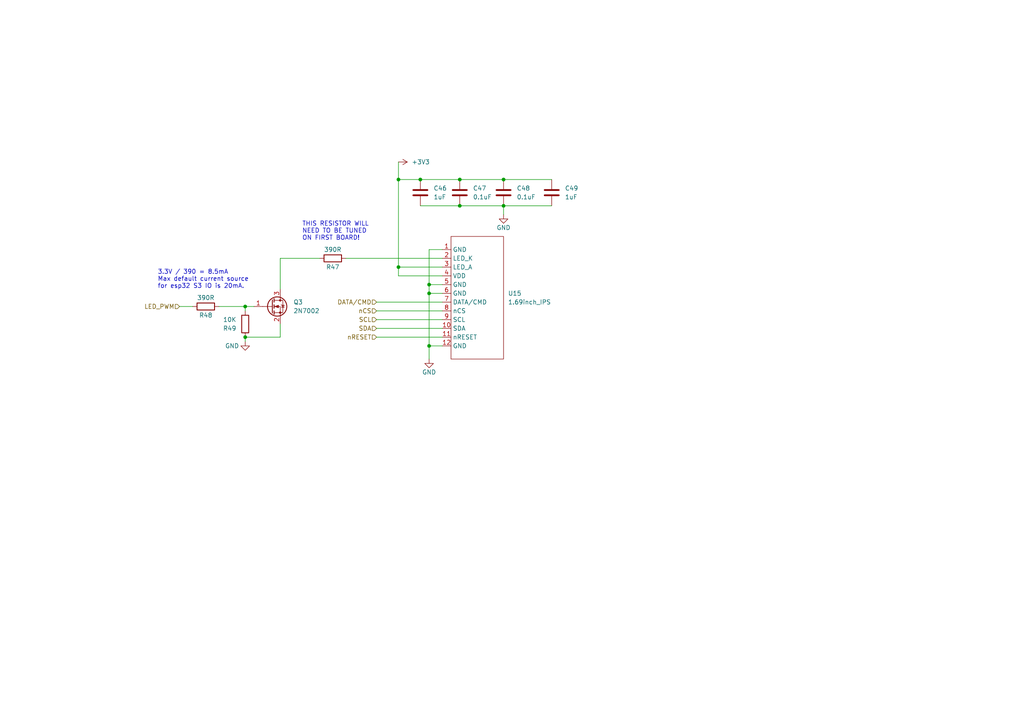
<source format=kicad_sch>
(kicad_sch (version 20211123) (generator eeschema)
  (paper "A4")
  (lib_symbols
    (symbol "Device:C" (pin_numbers hide) (pin_names (offset 0.254))
      (property "Reference" "C" (at 0.635 2.54 0))
      (property "Value" "C" (at 0.635 -2.54 0))
      (symbol "C_0_1"
        (polyline (pts (xy -2.032 -0.762) (xy 2.032 -0.762)) (stroke (width 0.508)))
        (polyline (pts (xy -2.032 0.762) (xy 2.032 0.762)) (stroke (width 0.508)))
      )
      (symbol "C_1_1"
        (pin passive line (at 0 3.81 270) (length 2.794) (name "~") (number "1"))
        (pin passive line (at 0 -3.81 90) (length 2.794) (name "~") (number "2"))
      )
    )
    (symbol "Device:R" (pin_numbers hide) (pin_names (offset 0))
      (property "Reference" "R" (at 2.032 0 90))
      (property "Value" "R" (at 0 0 90))
      (symbol "R_0_1"
        (rectangle (start -1.016 -2.54) (end 1.016 2.54) (stroke (width 0.254)))
      )
      (symbol "R_1_1"
        (pin passive line (at 0 3.81 270) (length 1.27) (name "~") (number "1"))
        (pin passive line (at 0 -3.81 90) (length 1.27) (name "~") (number "2"))
      )
    )
    (symbol "Transistor_FET:2N7002" (pin_names hide)
      (property "Reference" "Q" (at 5.08 1.905 0))
      (property "Value" "2N7002" (at 5.08 0 0))
      (symbol "2N7002_0_1"
        (polyline (pts (xy 0.254 0) (xy -2.54 0)))
        (polyline (pts (xy 0.254 1.905) (xy 0.254 -1.905)) (stroke (width 0.254)))
        (polyline (pts (xy 0.762 -1.27) (xy 0.762 -2.286)) (stroke (width 0.254)))
        (polyline (pts (xy 0.762 0.508) (xy 0.762 -0.508)) (stroke (width 0.254)))
        (polyline (pts (xy 0.762 2.286) (xy 0.762 1.27)) (stroke (width 0.254)))
        (polyline (pts (xy 2.54 2.54) (xy 2.54 1.778)))
        (polyline (pts (xy 2.54 -2.54) (xy 2.54 0) (xy 0.762 0)))
        (polyline (pts (xy 0.762 -1.778) (xy 3.302 -1.778) (xy 3.302 1.778) (xy 0.762 1.778)))
        (polyline (pts (xy 1.016 0) (xy 2.032 0.381) (xy 2.032 -0.381) (xy 1.016 0)) (fill (type outline)))
        (polyline (pts (xy 2.794 0.508) (xy 2.921 0.381) (xy 3.683 0.381) (xy 3.81 0.254)))
        (polyline (pts (xy 3.302 0.381) (xy 2.921 -0.254) (xy 3.683 -0.254) (xy 3.302 0.381)))
        (circle (center 1.651 0) (radius 2.794) (stroke (width 0.254)))
        (circle (center 2.54 -1.778) (radius 0.254) (fill (type outline)))
        (circle (center 2.54 1.778) (radius 0.254) (fill (type outline)))
      )
      (symbol "2N7002_1_1"
        (pin input line (at -5.08 0 0) (length 2.54) (name "G") (number "1"))
        (pin passive line (at 2.54 -5.08 90) (length 2.54) (name "S") (number "2"))
        (pin passive line (at 2.54 5.08 270) (length 2.54) (name "D") (number "3"))
      )
    )
    (symbol "User_Global_Symbols:1.69inch_IPS"
      (property "Reference" "U" (at 1.27 36.83 0))
      (property "Value" "1.69inch_IPS" (at 7.62 -1.27 0))
      (symbol "1.69inch_IPS_0_1"
        (rectangle (start 0 35.56) (end 15.24 0))
      )
      (symbol "1.69inch_IPS_1_1"
        (pin power_in line (at -2.54 31.75 0) (length 2.54) (name "GND") (number "1"))
        (pin bidirectional line (at -2.54 8.89 0) (length 2.54) (name "SDA") (number "10"))
        (pin input line (at -2.54 6.35 0) (length 2.54) (name "nRESET") (number "11"))
        (pin power_in line (at -2.54 3.81 0) (length 2.54) (name "GND") (number "12"))
        (pin power_in line (at -2.54 29.21 0) (length 2.54) (name "LED_K") (number "2"))
        (pin power_in line (at -2.54 26.67 0) (length 2.54) (name "LED_A") (number "3"))
        (pin power_in line (at -2.54 24.13 0) (length 2.54) (name "VDD") (number "4"))
        (pin power_in line (at -2.54 21.59 0) (length 2.54) (name "GND") (number "5"))
        (pin power_in line (at -2.54 19.05 0) (length 2.54) (name "GND") (number "6"))
        (pin input line (at -2.54 16.51 0) (length 2.54) (name "DATA/CMD") (number "7"))
        (pin input line (at -2.54 13.97 0) (length 2.54) (name "nCS") (number "8"))
        (pin input line (at -2.54 11.43 0) (length 2.54) (name "SCL") (number "9"))
      )
    )
    (symbol "power:+3V3" (power) (pin_names (offset 0))
      (property "Value" "+3V3" (at 0 3.556 0))
      (symbol "+3V3_0_1"
        (polyline (pts (xy -0.762 1.27) (xy 0 2.54)))
        (polyline (pts (xy 0 0) (xy 0 2.54)))
        (polyline (pts (xy 0 2.54) (xy 0.762 1.27)))
      )
      (symbol "+3V3_1_1"
        (pin power_in line (at 0 0 90) (length 0) hide (name "+3V3") (number "1"))
      )
    )
    (symbol "power:GND" (power) (pin_names (offset 0))
      (property "Value" "GND" (at 0 -3.81 0))
      (symbol "GND_0_1"
        (polyline (pts (xy 0 0) (xy 0 -1.27) (xy 1.27 -1.27) (xy 0 -2.54) (xy -1.27 -1.27) (xy 0 -1.27)))
      )
      (symbol "GND_1_1"
        (pin power_in line (at 0 0 270) (length 0) hide (name "GND") (number "1"))
      )
    )
  )
  (junction (at 121.92 52.07))
  (junction (at 124.46 82.55))
  (junction (at 71.12 97.79))
  (junction (at 115.57 52.07))
  (junction (at 146.05 52.07))
  (junction (at 133.35 59.69))
  (junction (at 71.12 88.9))
  (junction (at 146.05 59.69))
  (junction (at 124.46 100.33))
  (junction (at 133.35 52.07))
  (junction (at 124.46 85.09))
  (junction (at 115.57 77.47))
  (wire (pts (xy 124.46 82.55) (xy 124.46 85.09)))
  (wire (pts (xy 146.05 59.69) (xy 146.05 62.23)))
  (wire (pts (xy 52.07 88.9) (xy 55.88 88.9)))
  (wire (pts (xy 124.46 85.09) (xy 124.46 100.33)))
  (wire (pts (xy 71.12 88.9) (xy 73.66 88.9)))
  (wire (pts (xy 109.22 95.25) (xy 128.27 95.25)))
  (wire (pts (xy 71.12 88.9) (xy 71.12 90.17)))
  (wire (pts (xy 115.57 77.47) (xy 115.57 80.01)))
  (wire (pts (xy 146.05 59.69) (xy 160.02 59.69)))
  (wire (pts (xy 124.46 72.39) (xy 124.46 82.55)))
  (wire (pts (xy 124.46 85.09) (xy 128.27 85.09)))
  (wire (pts (xy 128.27 72.39) (xy 124.46 72.39)))
  (wire (pts (xy 109.22 90.17) (xy 128.27 90.17)))
  (wire (pts (xy 128.27 80.01) (xy 115.57 80.01)))
  (wire (pts (xy 121.92 59.69) (xy 133.35 59.69)))
  (wire (pts (xy 121.92 52.07) (xy 115.57 52.07)))
  (wire (pts (xy 109.22 97.79) (xy 128.27 97.79)))
  (wire (pts (xy 115.57 77.47) (xy 128.27 77.47)))
  (wire (pts (xy 81.28 97.79) (xy 71.12 97.79)))
  (wire (pts (xy 100.33 74.93) (xy 128.27 74.93)))
  (wire (pts (xy 109.22 87.63) (xy 128.27 87.63)))
  (wire (pts (xy 124.46 100.33) (xy 128.27 100.33)))
  (wire (pts (xy 115.57 52.07) (xy 115.57 77.47)))
  (wire (pts (xy 109.22 92.71) (xy 128.27 92.71)))
  (wire (pts (xy 124.46 100.33) (xy 124.46 104.14)))
  (wire (pts (xy 133.35 59.69) (xy 146.05 59.69)))
  (wire (pts (xy 115.57 46.99) (xy 115.57 52.07)))
  (wire (pts (xy 81.28 74.93) (xy 92.71 74.93)))
  (wire (pts (xy 63.5 88.9) (xy 71.12 88.9)))
  (wire (pts (xy 146.05 52.07) (xy 160.02 52.07)))
  (wire (pts (xy 133.35 52.07) (xy 121.92 52.07)))
  (wire (pts (xy 146.05 52.07) (xy 133.35 52.07)))
  (wire (pts (xy 81.28 74.93) (xy 81.28 83.82)))
  (wire (pts (xy 124.46 82.55) (xy 128.27 82.55)))
  (wire (pts (xy 71.12 97.79) (xy 71.12 99.06)))
  (wire (pts (xy 81.28 93.98) (xy 81.28 97.79)))
  (text "3.3V / 390 = 8.5mA\nMax default current source\nfor esp32 S3 IO is 20mA. " (at 45.72 83.82 0) (effects (font (size 1.27 1.27)) (justify left bottom)))
  (text "THIS RESISTOR WILL\nNEED TO BE TUNED\nON FIRST BOARD!" (at 87.63 69.85 0) (effects (font (size 1.27 1.27)) (justify left bottom)))
  (hierarchical_label "nCS" (shape input) (at 109.22 90.17 180))
  (hierarchical_label "DATA{slash}CMD" (shape input) (at 109.22 87.63 180))
  (hierarchical_label "SCL" (shape input) (at 109.22 92.71 180))
  (hierarchical_label "LED_PWM" (shape input) (at 52.07 88.9 180))
  (hierarchical_label "SDA" (shape input) (at 109.22 95.25 180))
  (hierarchical_label "nRESET" (shape input) (at 109.22 97.79 180))
  (symbol (lib_id "power:GND") (at 71.12 99.06 0) (unit 1)
    (property "Reference" "#PWR0114" (effects hide))
    (property "Value" "GND" (at 67.31 100.33 0))
  )
  (symbol (lib_id "Device:C") (at 160.02 55.88 0) (unit 1)
    (property "Reference" "C49" (at 163.83 54.61 0) (effects (justify left)))
    (property "Value" "1uF" (at 163.83 57.15 0) (effects (justify left)))
    (property "Footprint" "Capacitor_SMD:C_0603_1608Metric" (effects hide))
    (property "LCSC" "C15849" (effects hide))
  )
  (symbol (lib_id "Device:C") (at 133.35 55.88 0) (unit 1)
    (property "Reference" "C47" (at 137.16 54.6099 0) (effects (justify left)))
    (property "Value" "0.1uF" (at 137.16 57.1499 0) (effects (justify left)))
    (property "Footprint" "Capacitor_SMD:C_0603_1608Metric" (effects hide))
    (property "LCSC" "C14663" (effects hide))
  )
  (symbol (lib_id "power:GND") (at 124.46 104.14 0) (unit 1)
    (property "Reference" "#PWR0115" (effects hide))
    (property "Value" "GND" (at 124.46 107.95 0))
  )
  (symbol (lib_id "Device:C") (at 121.92 55.88 0) (unit 1)
    (property "Reference" "C46" (at 125.73 54.61 0) (effects (justify left)))
    (property "Value" "1uF" (at 125.73 57.15 0) (effects (justify left)))
    (property "Footprint" "Capacitor_SMD:C_0603_1608Metric" (effects hide))
    (property "LCSC" "C15849" (effects hide))
  )
  (symbol (lib_id "Transistor_FET:2N7002") (at 78.74 88.9 0) (unit 1)
    (property "Reference" "Q3" (at 85.09 87.6299 0) (effects (justify left)))
    (property "Value" "2N7002" (at 85.09 90.1699 0) (effects (justify left)))
    (property "Footprint" "Package_TO_SOT_SMD:SOT-23" (effects hide))
    (property "Datasheet" "https://www.onsemi.com/pub/Collateral/NDS7002A-D.PDF" (effects hide))
    (property "LCSC" "C8545" (effects hide))
  )
  (symbol (lib_id "Device:R") (at 96.52 74.93 270) (unit 1)
    (property "Reference" "R47" (at 96.52 77.47 90))
    (property "Value" "390R" (at 96.52 72.39 90))
    (property "Footprint" "Resistor_SMD:R_0603_1608Metric" (effects hide))
    (property "LCSC" "C23151" (effects hide))
  )
  (symbol (lib_id "power:+3V3") (at 115.57 46.99 270) (unit 1)
    (property "Reference" "#PWR0112" (effects hide))
    (property "Value" "+3V3" (at 119.38 46.9899 90) (effects (justify left)))
  )
  (symbol (lib_id "Device:C") (at 146.05 55.88 0) (unit 1)
    (property "Reference" "C48" (at 149.86 54.6099 0) (effects (justify left)))
    (property "Value" "0.1uF" (at 149.86 57.1499 0) (effects (justify left)))
    (property "Footprint" "Capacitor_SMD:C_0603_1608Metric" (effects hide))
    (property "LCSC" "C14663" (effects hide))
  )
  (symbol (lib_id "power:GND") (at 146.05 62.23 0) (unit 1)
    (property "Reference" "#PWR0113" (effects hide))
    (property "Value" "GND" (at 146.05 66.04 0))
  )
  (symbol (lib_id "Device:R") (at 71.12 93.98 180) (unit 1)
    (property "Reference" "R49" (at 68.58 95.2501 0) (effects (justify left)))
    (property "Value" "10K" (at 68.58 92.71 0) (effects (justify left)))
    (property "Footprint" "Resistor_SMD:R_0603_1608Metric" (effects hide))
    (property "LCSC" "C25804" (effects hide))
  )
  (symbol (lib_id "User_Global_Symbols:1.69inch_IPS") (at 130.81 104.14 0) (unit 1)
    (property "Reference" "U15" (at 147.32 85.0899 0) (effects (justify left)))
    (property "Value" "1.69inch_IPS" (at 147.32 87.6299 0) (effects (justify left)))
    (property "Footprint" "User_Global_Library:1.69inch IPS" (effects hide))
  )
  (symbol (lib_id "Device:R") (at 59.69 88.9 270) (unit 1)
    (property "Reference" "R48" (at 59.69 91.44 90))
    (property "Value" "390R" (at 59.69 86.36 90))
    (property "Footprint" "Resistor_SMD:R_0603_1608Metric" (effects hide))
    (property "LCSC" "C23151" (effects hide))
  )
)
</source>
